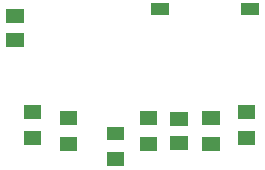
<source format=gbp>
G04 Layer: BottomPasteMaskLayer*
G04 EasyEDA v6.3.22, 2020-01-19T16:38:24+00:00*
G04 a2d37a9207c24dc198fa5f1151cfaccd,4b468aaabfa54ef3be77053c06c4e1f4,10*
G04 Gerber Generator version 0.2*
G04 Scale: 100 percent, Rotated: No, Reflected: No *
G04 Dimensions in inches *
G04 leading zeros omitted , absolute positions ,2 integer and 4 decimal *
%FSLAX24Y24*%
%MOIN*%
G90*
G70D02*


%LPD*%
G36*
G01X6018Y38690D02*
G01X5427Y38690D01*
G01X5427Y38297D01*
G01X6018Y38297D01*
G01X6018Y38690D01*
G37*
G36*
G01X9010Y38690D02*
G01X8420Y38690D01*
G01X8420Y38297D01*
G01X9010Y38297D01*
G01X9010Y38690D01*
G37*
G36*
G01X4512Y33273D02*
G01X4512Y33730D01*
G01X3941Y33730D01*
G01X3941Y33273D01*
G01X4512Y33273D01*
G37*
G36*
G01X4512Y34124D02*
G01X4512Y34580D01*
G01X3941Y34580D01*
G01X3941Y34124D01*
G01X4512Y34124D01*
G37*
G36*
G01X1756Y33982D02*
G01X1756Y34439D01*
G01X1185Y34439D01*
G01X1185Y33982D01*
G01X1756Y33982D01*
G37*
G36*
G01X1756Y34832D02*
G01X1756Y35289D01*
G01X1185Y35289D01*
G01X1185Y34832D01*
G01X1756Y34832D01*
G37*
G36*
G01X2937Y33785D02*
G01X2937Y34242D01*
G01X2366Y34242D01*
G01X2366Y33785D01*
G01X2937Y33785D01*
G37*
G36*
G01X2937Y34635D02*
G01X2937Y35092D01*
G01X2366Y35092D01*
G01X2366Y34635D01*
G01X2937Y34635D01*
G37*
G36*
G01X7130Y35092D02*
G01X7130Y34635D01*
G01X7701Y34635D01*
G01X7701Y35092D01*
G01X7130Y35092D01*
G37*
G36*
G01X7130Y34242D02*
G01X7130Y33785D01*
G01X7701Y33785D01*
G01X7701Y34242D01*
G01X7130Y34242D01*
G37*
G36*
G01X8311Y35289D02*
G01X8311Y34832D01*
G01X8882Y34832D01*
G01X8882Y35289D01*
G01X8311Y35289D01*
G37*
G36*
G01X8311Y34439D02*
G01X8311Y33982D01*
G01X8882Y33982D01*
G01X8882Y34439D01*
G01X8311Y34439D01*
G37*
G36*
G01X5614Y33785D02*
G01X5614Y34242D01*
G01X5044Y34242D01*
G01X5044Y33785D01*
G01X5614Y33785D01*
G37*
G36*
G01X5614Y34635D02*
G01X5614Y35092D01*
G01X5044Y35092D01*
G01X5044Y34635D01*
G01X5614Y34635D01*
G37*
G36*
G01X1170Y38042D02*
G01X1170Y38498D01*
G01X591Y38498D01*
G01X591Y38042D01*
G01X1170Y38042D01*
G37*
G36*
G01X1170Y37242D02*
G01X1170Y37698D01*
G01X591Y37698D01*
G01X591Y37242D01*
G01X1170Y37242D01*
G37*
G36*
G01X6642Y33816D02*
G01X6642Y34273D01*
G01X6063Y34273D01*
G01X6063Y33816D01*
G01X6642Y33816D01*
G37*
G36*
G01X6642Y34616D02*
G01X6642Y35073D01*
G01X6063Y35073D01*
G01X6063Y34616D01*
G01X6642Y34616D01*
G37*
M00*
M02*

</source>
